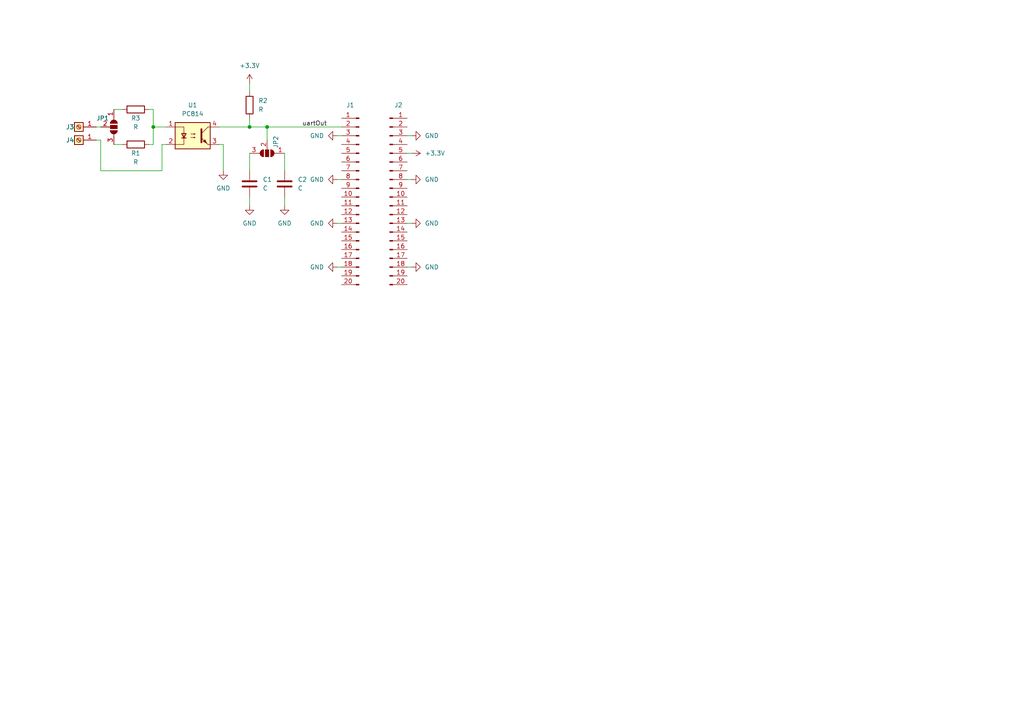
<source format=kicad_sch>
(kicad_sch (version 20230121) (generator eeschema)
  (paper "A4")
  (lib_symbols
    (symbol "Connector:Conn_01x20_Pin" (pin_names (offset 1.016) hide)
      (property "Reference" "J" (at 0 25.4 0))
      (property "Value" "Conn_01x20_Pin" (at 0 -27.94 0))
      (symbol "Conn_01x20_Pin_1_1"
        (polyline (pts (xy 1.27 -25.4) (xy 0.8636 -25.4)) (stroke (width 0.1524)))
        (polyline (pts (xy 1.27 -22.86) (xy 0.8636 -22.86)) (stroke (width 0.1524)))
        (polyline (pts (xy 1.27 -20.32) (xy 0.8636 -20.32)) (stroke (width 0.1524)))
        (polyline (pts (xy 1.27 -17.78) (xy 0.8636 -17.78)) (stroke (width 0.1524)))
        (polyline (pts (xy 1.27 -15.24) (xy 0.8636 -15.24)) (stroke (width 0.1524)))
        (polyline (pts (xy 1.27 -12.7) (xy 0.8636 -12.7)) (stroke (width 0.1524)))
        (polyline (pts (xy 1.27 -10.16) (xy 0.8636 -10.16)) (stroke (width 0.1524)))
        (polyline (pts (xy 1.27 -7.62) (xy 0.8636 -7.62)) (stroke (width 0.1524)))
        (polyline (pts (xy 1.27 -5.08) (xy 0.8636 -5.08)) (stroke (width 0.1524)))
        (polyline (pts (xy 1.27 -2.54) (xy 0.8636 -2.54)) (stroke (width 0.1524)))
        (polyline (pts (xy 1.27 0) (xy 0.8636 0)) (stroke (width 0.1524)))
        (polyline (pts (xy 1.27 2.54) (xy 0.8636 2.54)) (stroke (width 0.1524)))
        (polyline (pts (xy 1.27 5.08) (xy 0.8636 5.08)) (stroke (width 0.1524)))
        (polyline (pts (xy 1.27 7.62) (xy 0.8636 7.62)) (stroke (width 0.1524)))
        (polyline (pts (xy 1.27 10.16) (xy 0.8636 10.16)) (stroke (width 0.1524)))
        (polyline (pts (xy 1.27 12.7) (xy 0.8636 12.7)) (stroke (width 0.1524)))
        (polyline (pts (xy 1.27 15.24) (xy 0.8636 15.24)) (stroke (width 0.1524)))
        (polyline (pts (xy 1.27 17.78) (xy 0.8636 17.78)) (stroke (width 0.1524)))
        (polyline (pts (xy 1.27 20.32) (xy 0.8636 20.32)) (stroke (width 0.1524)))
        (polyline (pts (xy 1.27 22.86) (xy 0.8636 22.86)) (stroke (width 0.1524)))
        (rectangle (start 0.8636 -25.273) (end 0 -25.527) (stroke (width 0.1524)) (fill (type outline)))
        (rectangle (start 0.8636 -22.733) (end 0 -22.987) (stroke (width 0.1524)) (fill (type outline)))
        (rectangle (start 0.8636 -20.193) (end 0 -20.447) (stroke (width 0.1524)) (fill (type outline)))
        (rectangle (start 0.8636 -17.653) (end 0 -17.907) (stroke (width 0.1524)) (fill (type outline)))
        (rectangle (start 0.8636 -15.113) (end 0 -15.367) (stroke (width 0.1524)) (fill (type outline)))
        (rectangle (start 0.8636 -12.573) (end 0 -12.827) (stroke (width 0.1524)) (fill (type outline)))
        (rectangle (start 0.8636 -10.033) (end 0 -10.287) (stroke (width 0.1524)) (fill (type outline)))
        (rectangle (start 0.8636 -7.493) (end 0 -7.747) (stroke (width 0.1524)) (fill (type outline)))
        (rectangle (start 0.8636 -4.953) (end 0 -5.207) (stroke (width 0.1524)) (fill (type outline)))
        (rectangle (start 0.8636 -2.413) (end 0 -2.667) (stroke (width 0.1524)) (fill (type outline)))
        (rectangle (start 0.8636 0.127) (end 0 -0.127) (stroke (width 0.1524)) (fill (type outline)))
        (rectangle (start 0.8636 2.667) (end 0 2.413) (stroke (width 0.1524)) (fill (type outline)))
        (rectangle (start 0.8636 5.207) (end 0 4.953) (stroke (width 0.1524)) (fill (type outline)))
        (rectangle (start 0.8636 7.747) (end 0 7.493) (stroke (width 0.1524)) (fill (type outline)))
        (rectangle (start 0.8636 10.287) (end 0 10.033) (stroke (width 0.1524)) (fill (type outline)))
        (rectangle (start 0.8636 12.827) (end 0 12.573) (stroke (width 0.1524)) (fill (type outline)))
        (rectangle (start 0.8636 15.367) (end 0 15.113) (stroke (width 0.1524)) (fill (type outline)))
        (rectangle (start 0.8636 17.907) (end 0 17.653) (stroke (width 0.1524)) (fill (type outline)))
        (rectangle (start 0.8636 20.447) (end 0 20.193) (stroke (width 0.1524)) (fill (type outline)))
        (rectangle (start 0.8636 22.987) (end 0 22.733) (stroke (width 0.1524)) (fill (type outline)))
        (pin passive line (at 5.08 22.86 180) (length 3.81) (name "Pin_1") (number "1"))
        (pin passive line (at 5.08 0 180) (length 3.81) (name "Pin_10") (number "10"))
        (pin passive line (at 5.08 -2.54 180) (length 3.81) (name "Pin_11") (number "11"))
        (pin passive line (at 5.08 -5.08 180) (length 3.81) (name "Pin_12") (number "12"))
        (pin passive line (at 5.08 -7.62 180) (length 3.81) (name "Pin_13") (number "13"))
        (pin passive line (at 5.08 -10.16 180) (length 3.81) (name "Pin_14") (number "14"))
        (pin passive line (at 5.08 -12.7 180) (length 3.81) (name "Pin_15") (number "15"))
        (pin passive line (at 5.08 -15.24 180) (length 3.81) (name "Pin_16") (number "16"))
        (pin passive line (at 5.08 -17.78 180) (length 3.81) (name "Pin_17") (number "17"))
        (pin passive line (at 5.08 -20.32 180) (length 3.81) (name "Pin_18") (number "18"))
        (pin passive line (at 5.08 -22.86 180) (length 3.81) (name "Pin_19") (number "19"))
        (pin passive line (at 5.08 20.32 180) (length 3.81) (name "Pin_2") (number "2"))
        (pin passive line (at 5.08 -25.4 180) (length 3.81) (name "Pin_20") (number "20"))
        (pin passive line (at 5.08 17.78 180) (length 3.81) (name "Pin_3") (number "3"))
        (pin passive line (at 5.08 15.24 180) (length 3.81) (name "Pin_4") (number "4"))
        (pin passive line (at 5.08 12.7 180) (length 3.81) (name "Pin_5") (number "5"))
        (pin passive line (at 5.08 10.16 180) (length 3.81) (name "Pin_6") (number "6"))
        (pin passive line (at 5.08 7.62 180) (length 3.81) (name "Pin_7") (number "7"))
        (pin passive line (at 5.08 5.08 180) (length 3.81) (name "Pin_8") (number "8"))
        (pin passive line (at 5.08 2.54 180) (length 3.81) (name "Pin_9") (number "9"))
      )
    )
    (symbol "Connector:Screw_Terminal_01x01" (pin_names (offset 1.016) hide)
      (property "Reference" "J" (at 0 2.54 0))
      (property "Value" "Screw_Terminal_01x01" (at 0 -2.54 0))
      (symbol "Screw_Terminal_01x01_1_1"
        (rectangle (start -1.27 1.27) (end 1.27 -1.27) (stroke (width 0.254)) (fill (type background)))
        (polyline (pts (xy -0.5334 0.3302) (xy 0.3302 -0.508)) (stroke (width 0.1524)))
        (polyline (pts (xy -0.3556 0.508) (xy 0.508 -0.3302)) (stroke (width 0.1524)))
        (circle (center 0 0) (radius 0.635) (stroke (width 0.1524)))
        (pin passive line (at -5.08 0 0) (length 3.81) (name "Pin_1") (number "1"))
      )
    )
    (symbol "Device:C" (pin_numbers hide) (pin_names (offset 0.254))
      (property "Reference" "C" (at 0.635 2.54 0))
      (property "Value" "C" (at 0.635 -2.54 0))
      (symbol "C_0_1"
        (polyline (pts (xy -2.032 -0.762) (xy 2.032 -0.762)) (stroke (width 0.508)))
        (polyline (pts (xy -2.032 0.762) (xy 2.032 0.762)) (stroke (width 0.508)))
      )
      (symbol "C_1_1"
        (pin passive line (at 0 3.81 270) (length 2.794) (name "~") (number "1"))
        (pin passive line (at 0 -3.81 90) (length 2.794) (name "~") (number "2"))
      )
    )
    (symbol "Device:R" (pin_numbers hide) (pin_names (offset 0))
      (property "Reference" "R" (at 2.032 0 90))
      (property "Value" "R" (at 0 0 90))
      (symbol "R_0_1"
        (rectangle (start -1.016 -2.54) (end 1.016 2.54) (stroke (width 0.254)))
      )
      (symbol "R_1_1"
        (pin passive line (at 0 3.81 270) (length 1.27) (name "~") (number "1"))
        (pin passive line (at 0 -3.81 90) (length 1.27) (name "~") (number "2"))
      )
    )
    (symbol "Isolator:PC817" (pin_names (offset 1.016))
      (property "Reference" "U" (at -5.08 5.08 0))
      (property "Value" "PC817" (at 0 5.08 0))
      (symbol "PC817_0_1"
        (rectangle (start -5.08 3.81) (end 5.08 -3.81) (stroke (width 0.254)) (fill (type background)))
        (polyline (pts (xy -3.175 -0.635) (xy -1.905 -0.635)) (stroke (width 0.254)))
        (polyline (pts (xy 2.54 0.635) (xy 4.445 2.54)))
        (polyline (pts (xy 4.445 -2.54) (xy 2.54 -0.635)) (fill (type outline)))
        (polyline (pts (xy 4.445 -2.54) (xy 5.08 -2.54)))
        (polyline (pts (xy 4.445 2.54) (xy 5.08 2.54)))
        (polyline (pts (xy -5.08 2.54) (xy -2.54 2.54) (xy -2.54 -0.635)))
        (polyline (pts (xy -2.54 -0.635) (xy -2.54 -2.54) (xy -5.08 -2.54)))
        (polyline (pts (xy 2.54 1.905) (xy 2.54 -1.905) (xy 2.54 -1.905)) (stroke (width 0.508)))
        (polyline (pts (xy -2.54 -0.635) (xy -3.175 0.635) (xy -1.905 0.635) (xy -2.54 -0.635)) (stroke (width 0.254)))
        (polyline (pts (xy -0.508 -0.508) (xy 0.762 -0.508) (xy 0.381 -0.635) (xy 0.381 -0.381) (xy 0.762 -0.508)))
        (polyline (pts (xy -0.508 0.508) (xy 0.762 0.508) (xy 0.381 0.381) (xy 0.381 0.635) (xy 0.762 0.508)))
        (polyline (pts (xy 3.048 -1.651) (xy 3.556 -1.143) (xy 4.064 -2.159) (xy 3.048 -1.651) (xy 3.048 -1.651)) (fill (type outline)))
      )
      (symbol "PC817_1_1"
        (pin passive line (at -7.62 2.54 0) (length 2.54) (name "~") (number "1"))
        (pin passive line (at -7.62 -2.54 0) (length 2.54) (name "~") (number "2"))
        (pin passive line (at 7.62 -2.54 180) (length 2.54) (name "~") (number "3"))
        (pin passive line (at 7.62 2.54 180) (length 2.54) (name "~") (number "4"))
      )
    )
    (symbol "Jumper:SolderJumper_3_Open" (pin_names (offset 0) hide)
      (property "Reference" "JP" (at -2.54 -2.54 0))
      (property "Value" "SolderJumper_3_Open" (at 0 2.794 0))
      (symbol "SolderJumper_3_Open_0_1"
        (arc (start -1.016 1.016) (mid -2.0276 0) (end -1.016 -1.016))
        (arc (start -1.016 1.016) (mid -2.0276 0) (end -1.016 -1.016) (fill (type outline)))
        (rectangle (start -0.508 1.016) (end 0.508 -1.016) (fill (type outline)))
        (polyline (pts (xy -2.54 0) (xy -2.032 0)))
        (polyline (pts (xy -1.016 1.016) (xy -1.016 -1.016)))
        (polyline (pts (xy 0 -1.27) (xy 0 -1.016)))
        (polyline (pts (xy 1.016 1.016) (xy 1.016 -1.016)))
        (polyline (pts (xy 2.54 0) (xy 2.032 0)))
        (arc (start 1.016 -1.016) (mid 2.0276 0) (end 1.016 1.016))
        (arc (start 1.016 -1.016) (mid 2.0276 0) (end 1.016 1.016) (fill (type outline)))
      )
      (symbol "SolderJumper_3_Open_1_1"
        (pin passive line (at -5.08 0 0) (length 2.54) (name "A") (number "1"))
        (pin passive line (at 0 -3.81 90) (length 2.54) (name "C") (number "2"))
        (pin passive line (at 5.08 0 180) (length 2.54) (name "B") (number "3"))
      )
    )
    (symbol "power:+3.3V" (power) (pin_names (offset 0))
      (property "Value" "+3.3V" (at 0 3.556 0))
      (symbol "+3.3V_0_1"
        (polyline (pts (xy -0.762 1.27) (xy 0 2.54)))
        (polyline (pts (xy 0 0) (xy 0 2.54)))
        (polyline (pts (xy 0 2.54) (xy 0.762 1.27)))
      )
      (symbol "+3.3V_1_1"
        (pin power_in line (at 0 0 90) (length 0) hide (name "+3.3V") (number "1"))
      )
    )
    (symbol "power:GND" (power) (pin_names (offset 0))
      (property "Value" "GND" (at 0 -3.81 0))
      (symbol "GND_0_1"
        (polyline (pts (xy 0 0) (xy 0 -1.27) (xy 1.27 -1.27) (xy 0 -2.54) (xy -1.27 -1.27) (xy 0 -1.27)))
      )
      (symbol "GND_1_1"
        (pin power_in line (at 0 0 270) (length 0) hide (name "GND") (number "1"))
      )
    )
  )
  (junction (at 72.39 36.83))
  (junction (at 77.47 36.83))
  (junction (at 44.45 36.83))
  (wire (pts (xy 33.02 41.91) (xy 35.56 41.91)))
  (wire (pts (xy 77.47 36.83) (xy 99.06 36.83)))
  (wire (pts (xy 72.39 24.13) (xy 72.39 26.67)))
  (wire (pts (xy 46.99 41.91) (xy 46.99 49.53)))
  (wire (pts (xy 27.94 36.83) (xy 29.21 36.83)))
  (wire (pts (xy 82.55 57.15) (xy 82.55 59.69)))
  (wire (pts (xy 118.11 44.45) (xy 119.38 44.45)))
  (wire (pts (xy 44.45 31.75) (xy 43.18 31.75)))
  (wire (pts (xy 72.39 36.83) (xy 77.47 36.83)))
  (wire (pts (xy 118.11 77.47) (xy 119.38 77.47)))
  (wire (pts (xy 72.39 34.29) (xy 72.39 36.83)))
  (wire (pts (xy 72.39 44.45) (xy 72.39 49.53)))
  (wire (pts (xy 33.02 31.75) (xy 35.56 31.75)))
  (wire (pts (xy 72.39 57.15) (xy 72.39 59.69)))
  (wire (pts (xy 27.94 40.64) (xy 29.21 40.64)))
  (wire (pts (xy 118.11 52.07) (xy 119.38 52.07)))
  (wire (pts (xy 48.26 41.91) (xy 46.99 41.91)))
  (wire (pts (xy 97.79 39.37) (xy 99.06 39.37)))
  (wire (pts (xy 118.11 64.77) (xy 119.38 64.77)))
  (wire (pts (xy 77.47 36.83) (xy 77.47 40.64)))
  (wire (pts (xy 64.77 41.91) (xy 64.77 49.53)))
  (wire (pts (xy 97.79 77.47) (xy 99.06 77.47)))
  (wire (pts (xy 44.45 41.91) (xy 43.18 41.91)))
  (wire (pts (xy 44.45 36.83) (xy 48.26 36.83)))
  (wire (pts (xy 82.55 44.45) (xy 82.55 49.53)))
  (wire (pts (xy 29.21 40.64) (xy 29.21 49.53)))
  (wire (pts (xy 44.45 41.91) (xy 44.45 36.83)))
  (wire (pts (xy 97.79 52.07) (xy 99.06 52.07)))
  (wire (pts (xy 63.5 41.91) (xy 64.77 41.91)))
  (wire (pts (xy 97.79 64.77) (xy 99.06 64.77)))
  (wire (pts (xy 63.5 36.83) (xy 72.39 36.83)))
  (wire (pts (xy 44.45 31.75) (xy 44.45 36.83)))
  (wire (pts (xy 46.99 49.53) (xy 29.21 49.53)))
  (wire (pts (xy 118.11 39.37) (xy 119.38 39.37)))
  (label "uartOut" (at 87.63 36.83 0))
  (symbol (lib_id "power:GND") (at 64.77 49.53 0) (unit 1)
    (property "Reference" "#PWR02" (effects hide))
    (property "Value" "GND" (at 64.77 54.61 0))
  )
  (symbol (lib_id "power:GND") (at 97.79 77.47 270) (unit 1)
    (property "Reference" "#PWR012" (effects hide))
    (property "Value" "GND" (at 93.98 77.47 90) (effects (justify right)))
  )
  (symbol (lib_id "Device:C") (at 82.55 53.34 0) (unit 1)
    (property "Reference" "C2" (at 86.36 52.07 0) (effects (justify left)))
    (property "Value" "C" (at 86.36 54.61 0) (effects (justify left)))
    (property "Footprint" "Capacitor_THT:C_Disc_D3.0mm_W2.0mm_P2.50mm" (effects hide))
  )
  (symbol (lib_id "Connector:Screw_Terminal_01x01") (at 22.86 40.64 180) (unit 1)
    (property "Reference" "J4" (at 20.32 40.64 0))
    (property "Value" "Screw_Terminal_01x01" (effects hide))
    (property "Footprint" "Cypou:CONN_2065-100&slash_998-403_1_WAG" (effects hide))
  )
  (symbol (lib_id "Connector:Conn_01x20_Pin") (at 104.14 57.15 0) (mirror y) (unit 1)
    (property "Reference" "J1" (at 101.6 30.48 0))
    (property "Value" "Conn_01x20_Pin" (effects hide))
    (property "Footprint" "Connector_PinHeader_2.54mm:PinHeader_1x20_P2.54mm_Vertical" (effects hide))
  )
  (symbol (lib_id "Jumper:SolderJumper_3_Open") (at 33.02 36.83 270) (unit 1)
    (property "Reference" "JP1" (at 27.94 34.29 90) (effects (justify left)))
    (property "Value" "SolderJumper_3_Open" (effects hide))
    (property "Footprint" "Jumper:SolderJumper-3_P2.0mm_Open_TrianglePad1.0x1.5mm" (effects hide))
  )
  (symbol (lib_id "power:GND") (at 82.55 59.69 0) (unit 1)
    (property "Reference" "#PWR08" (effects hide))
    (property "Value" "GND" (at 82.55 64.77 0))
  )
  (symbol (lib_id "power:GND") (at 97.79 52.07 270) (unit 1)
    (property "Reference" "#PWR010" (effects hide))
    (property "Value" "GND" (at 93.98 52.07 90) (effects (justify right)))
  )
  (symbol (lib_id "Device:R") (at 72.39 30.48 0) (unit 1)
    (property "Reference" "R2" (at 74.93 29.21 0) (effects (justify left)))
    (property "Value" "R" (at 74.93 31.75 0) (effects (justify left)))
    (property "Footprint" "Resistor_THT:R_Axial_DIN0207_L6.3mm_D2.5mm_P7.62mm_Horizontal" (effects hide))
  )
  (symbol (lib_id "Device:R") (at 39.37 41.91 90) (unit 1)
    (property "Reference" "R1" (at 39.37 44.45 90))
    (property "Value" "R" (at 39.37 46.99 90))
    (property "Footprint" "Resistor_THT:R_Axial_DIN0207_L6.3mm_D2.5mm_P7.62mm_Horizontal" (effects hide))
  )
  (symbol (lib_id "power:GND") (at 119.38 77.47 90) (unit 1)
    (property "Reference" "#PWR013" (effects hide))
    (property "Value" "GND" (at 123.19 77.47 90) (effects (justify right)))
  )
  (symbol (lib_id "power:+3.3V") (at 119.38 44.45 270) (unit 1)
    (property "Reference" "#PWR07" (effects hide))
    (property "Value" "+3.3V" (at 123.19 44.45 90) (effects (justify left)))
  )
  (symbol (lib_id "power:GND") (at 97.79 39.37 270) (unit 1)
    (property "Reference" "#PWR09" (effects hide))
    (property "Value" "GND" (at 93.98 39.37 90) (effects (justify right)))
  )
  (symbol (lib_id "Jumper:SolderJumper_3_Open") (at 77.47 44.45 180) (unit 1)
    (property "Reference" "JP2" (at 80.01 39.37 90) (effects (justify left)))
    (property "Value" "SolderJumper_3_Open" (effects hide))
    (property "Footprint" "Jumper:SolderJumper-3_P2.0mm_Open_TrianglePad1.0x1.5mm" (effects hide))
  )
  (symbol (lib_id "power:GND") (at 97.79 64.77 270) (unit 1)
    (property "Reference" "#PWR011" (effects hide))
    (property "Value" "GND" (at 93.98 64.77 90) (effects (justify right)))
  )
  (symbol (lib_id "power:GND") (at 119.38 39.37 90) (unit 1)
    (property "Reference" "#PWR06" (effects hide))
    (property "Value" "GND" (at 123.19 39.37 90) (effects (justify right)))
  )
  (symbol (lib_id "Isolator:PC817") (at 55.88 39.37 0) (unit 1)
    (property "Reference" "U1" (at 55.88 30.48 0))
    (property "Value" "PC814" (at 55.88 33.02 0))
    (property "Footprint" "Package_DIP:DIP-4_W7.62mm" (effects hide))
    (property "Datasheet" "http://www.soselectronic.cz/a_info/resource/d/pc817.pdf" (effects hide))
  )
  (symbol (lib_id "power:GND") (at 119.38 52.07 90) (unit 1)
    (property "Reference" "#PWR015" (effects hide))
    (property "Value" "GND" (at 123.19 52.07 90) (effects (justify right)))
  )
  (symbol (lib_id "power:GND") (at 119.38 64.77 90) (unit 1)
    (property "Reference" "#PWR014" (effects hide))
    (property "Value" "GND" (at 123.19 64.77 90) (effects (justify right)))
  )
  (symbol (lib_id "power:+3.3V") (at 72.39 24.13 0) (unit 1)
    (property "Reference" "#PWR05" (effects hide))
    (property "Value" "+3.3V" (at 72.39 19.05 0))
  )
  (symbol (lib_id "power:GND") (at 72.39 59.69 0) (unit 1)
    (property "Reference" "#PWR04" (effects hide))
    (property "Value" "GND" (at 72.39 64.77 0))
  )
  (symbol (lib_id "Device:C") (at 72.39 53.34 0) (unit 1)
    (property "Reference" "C1" (at 76.2 52.07 0) (effects (justify left)))
    (property "Value" "C" (at 76.2 54.61 0) (effects (justify left)))
    (property "Footprint" "Capacitor_THT:C_Disc_D3.0mm_W2.0mm_P2.50mm" (effects hide))
  )
  (symbol (lib_id "Connector:Screw_Terminal_01x01") (at 22.86 36.83 180) (unit 1)
    (property "Reference" "J3" (at 20.32 36.83 0))
    (property "Value" "Screw_Terminal_01x01" (effects hide))
    (property "Footprint" "Cypou:CONN_2065-100&slash_998-403_1_WAG" (effects hide))
  )
  (symbol (lib_id "Connector:Conn_01x20_Pin") (at 113.03 57.15 0) (unit 1)
    (property "Reference" "J2" (at 115.57 30.48 0))
    (property "Value" "Conn_01x20_Pin" (effects hide))
    (property "Footprint" "Connector_PinHeader_2.54mm:PinHeader_1x20_P2.54mm_Vertical" (effects hide))
  )
  (symbol (lib_id "Device:R") (at 39.37 31.75 90) (unit 1)
    (property "Reference" "R3" (at 39.37 34.29 90))
    (property "Value" "R" (at 39.37 36.83 90))
    (property "Footprint" "Resistor_THT:R_Axial_DIN0207_L6.3mm_D2.5mm_P7.62mm_Horizontal" (effects hide))
  )
)
</source>
